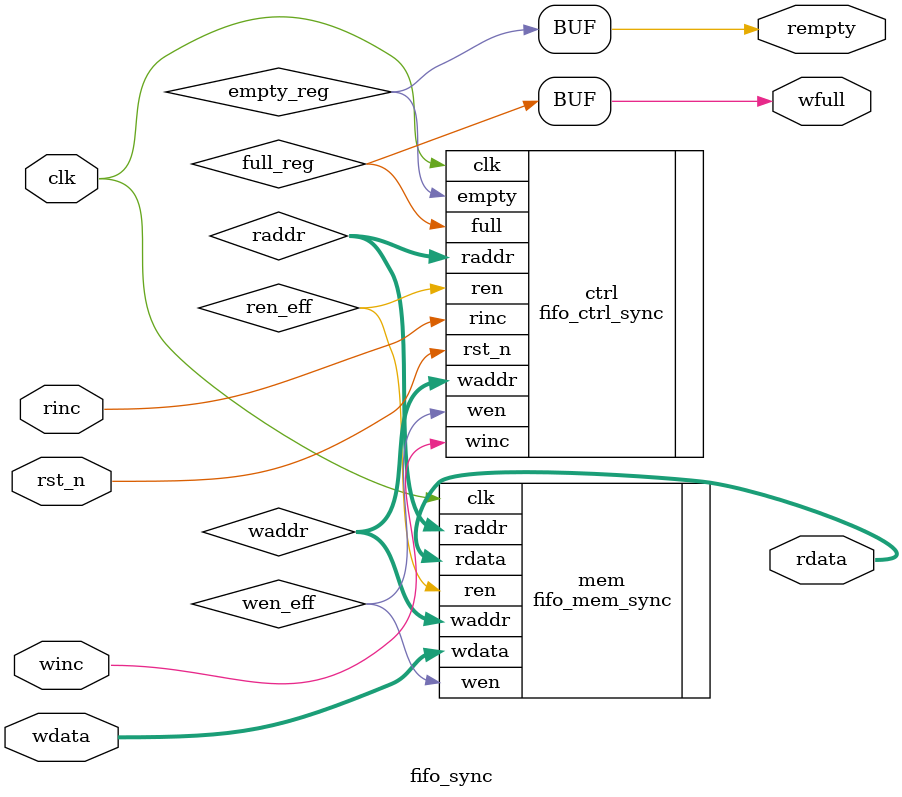
<source format=sv>
`include "fifo_ctrl_sync.sv"
`include "fifo_mem_sync.sv"

`timescale 1ns/1ps

module fifo_sync #(
    parameter DSIZE = 8,
    parameter ASIZE = 4
)(
    input  wire                 clk,
    input  wire                 rst_n,   // active-low reset
    input  wire                 winc,    // write request (external)
    input  wire                 rinc,    // read  request (external)
    input  wire [DSIZE-1:0]     wdata,   // write data (external)
    output wire [DSIZE-1:0]     rdata,   // read  data (external)
    output wire                 wfull,   // FIFO full (external)
    output wire                 rempty   // FIFO empty (external)
);

    // internal wires between ctrl and mem
    wire [ASIZE-1:0] waddr;
    wire [ASIZE-1:0] raddr;
    wire wen_eff;
    wire ren_eff;
    wire full_reg;
    wire empty_reg;

    // Instantiate control module
    fifo_ctrl_sync #(.ASIZE(ASIZE)) ctrl (
        .clk   (clk),
        .rst_n (rst_n),
        .winc  (winc),
        .rinc  (rinc),
        .waddr (waddr),
        .raddr (raddr),
        .full  (full_reg),
        .empty (empty_reg),
        .wen   (wen_eff),
        .ren   (ren_eff)
    );

    // Instantiate memory module
    fifo_mem_sync #(.DSIZE(DSIZE), .ASIZE(ASIZE)) mem (
        .clk  (clk),
        .wen  (wen_eff),
        .ren  (ren_eff),
        .waddr(waddr),
        .raddr(raddr),
        .wdata(wdata),
        .rdata(rdata)
    );

    // map internal flags to top-level outputs (names expected by testbench)
    assign wfull  = full_reg;
    assign rempty = empty_reg;

endmodule


</source>
